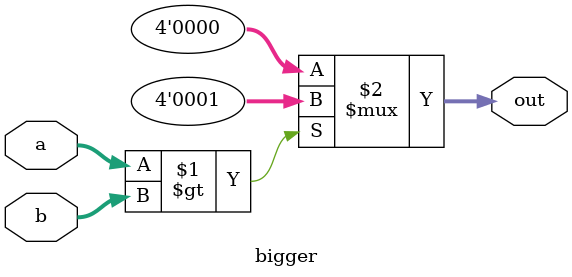
<source format=v>
module bigger (input [3:0]a,b,
					output [3:0] out
				);
				
				assign out = (a > b) ? 4'd1 : 4'd0;
						
endmodule

</source>
